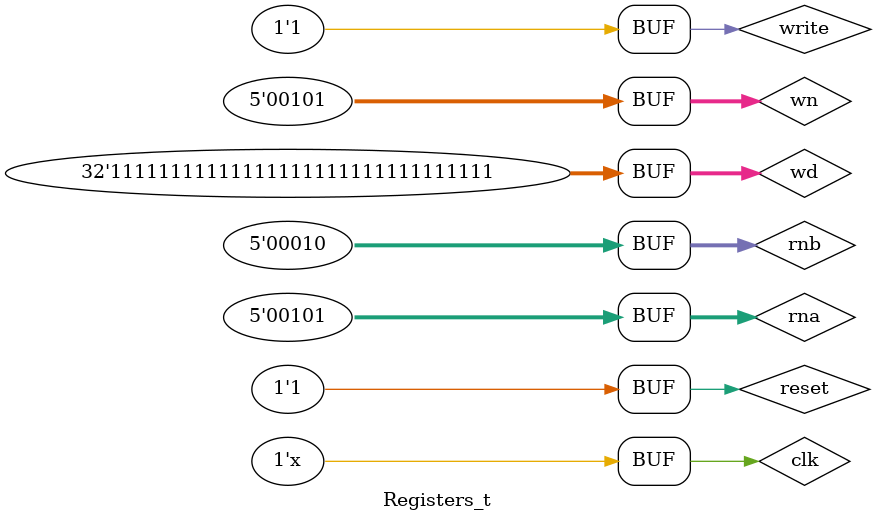
<source format=v>
`timescale 1ns / 1ps


module Registers_t;

	// Inputs
	reg [4:0] rna;
	reg [4:0] rnb;
	reg [31:0] wd;
	reg [4:0] wn;
	reg write;
	reg clk;
	reg reset;

	// Outputs
	wire [31:0] A;
	wire [31:0] B;

	// Instantiate the Unit Under Test (UUT)
	Registers uut (
		.rna(rna), 
		.rnb(rnb), 
		.wd(wd), 
		.wn(wn), 
		.write(write), 
		.clk(clk), 
		.reset(reset), 
		.A(A), 
		.B(B)
	);

	initial begin
		// Initialize Inputs
		rna = 0;
		rnb = 0;
		wd = 0;
		wn = 0;
		write = 0;
		clk = 0;
		reset = 0;

		// Wait 100 ns for global reset to finish
		#50;
      reset = 1;  
		// Add stimulus here
		rna = 1;
		rnb = 2;
		#50;
		wd = 32'hffffffff;
		wn = 5;
		#50;
		rna = 5;
		#50;
		write = 1;
	end
always #25 clk = ~clk;      
endmodule


</source>
